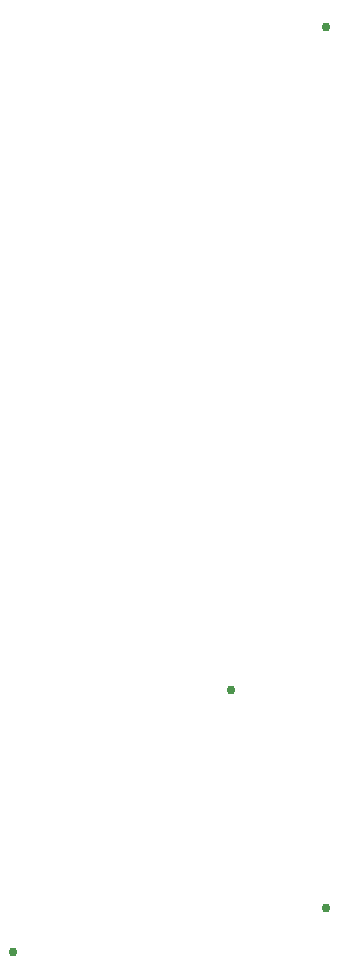
<source format=gbr>
G04 EAGLE Gerber RS-274X export*
G75*
%MOMM*%
%FSLAX34Y34*%
%LPD*%
%INVias*%
%IPPOS*%
%AMOC8*
5,1,8,0,0,1.08239X$1,22.5*%
G01*
%ADD10C,0.756400*%


D10*
X89000Y96000D03*
X354000Y133000D03*
X354000Y879000D03*
X274000Y318000D03*
M02*

</source>
